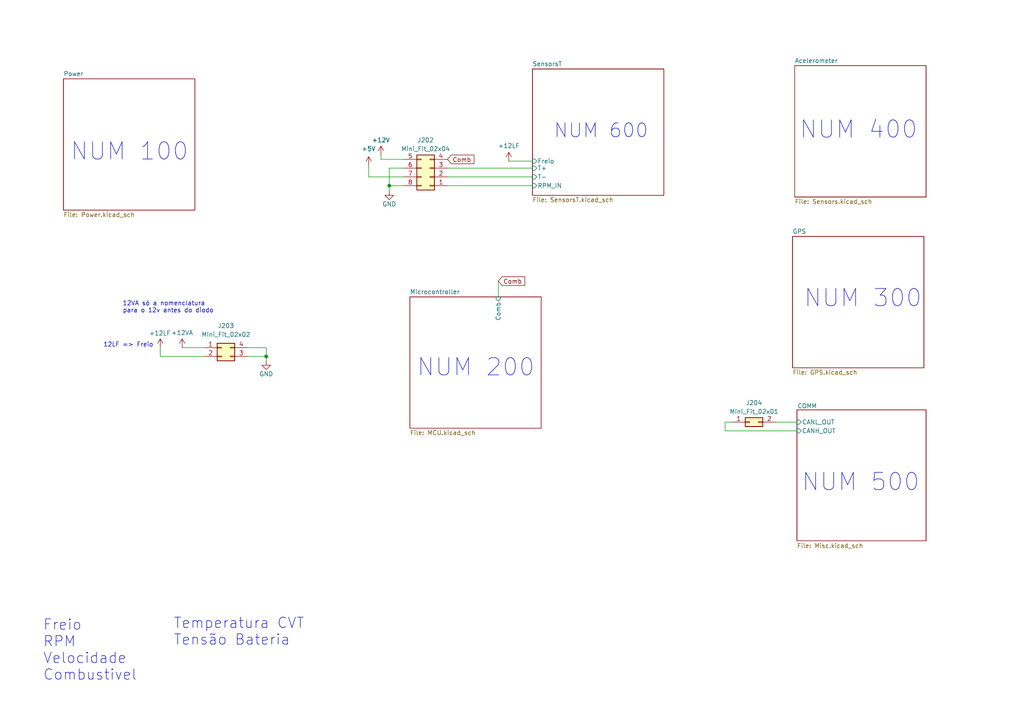
<source format=kicad_sch>
(kicad_sch (version 20230121) (generator eeschema)

  (uuid 07171637-6e41-4e80-a107-1fcca1fd6ec6)

  (paper "A4")

  (lib_symbols
    (symbol "+12V_1" (power) (pin_names (offset 0)) (in_bom yes) (on_board yes)
      (property "Reference" "#PWR" (at 0 -3.81 0)
        (effects (font (size 1.27 1.27)) hide)
      )
      (property "Value" "+12V_1" (at 0 3.556 0)
        (effects (font (size 1.27 1.27)))
      )
      (property "Footprint" "" (at 0 0 0)
        (effects (font (size 1.27 1.27)) hide)
      )
      (property "Datasheet" "" (at 0 0 0)
        (effects (font (size 1.27 1.27)) hide)
      )
      (property "ki_keywords" "global power" (at 0 0 0)
        (effects (font (size 1.27 1.27)) hide)
      )
      (property "ki_description" "Power symbol creates a global label with name \"+12V\"" (at 0 0 0)
        (effects (font (size 1.27 1.27)) hide)
      )
      (symbol "+12V_1_0_1"
        (polyline
          (pts
            (xy -0.762 1.27)
            (xy 0 2.54)
          )
          (stroke (width 0) (type default))
          (fill (type none))
        )
        (polyline
          (pts
            (xy 0 0)
            (xy 0 2.54)
          )
          (stroke (width 0) (type default))
          (fill (type none))
        )
        (polyline
          (pts
            (xy 0 2.54)
            (xy 0.762 1.27)
          )
          (stroke (width 0) (type default))
          (fill (type none))
        )
      )
      (symbol "+12V_1_1_1"
        (pin power_in line (at 0 0 90) (length 0) hide
          (name "+12V" (effects (font (size 1.27 1.27))))
          (number "1" (effects (font (size 1.27 1.27))))
        )
      )
    )
    (symbol "Connector_Generic:Conn_02x01" (pin_names (offset 1.016) hide) (in_bom yes) (on_board yes)
      (property "Reference" "J" (at 1.27 2.54 0)
        (effects (font (size 1.27 1.27)))
      )
      (property "Value" "Conn_02x01" (at 1.27 -2.54 0)
        (effects (font (size 1.27 1.27)))
      )
      (property "Footprint" "" (at 0 0 0)
        (effects (font (size 1.27 1.27)) hide)
      )
      (property "Datasheet" "~" (at 0 0 0)
        (effects (font (size 1.27 1.27)) hide)
      )
      (property "ki_keywords" "connector" (at 0 0 0)
        (effects (font (size 1.27 1.27)) hide)
      )
      (property "ki_description" "Generic connector, double row, 02x01, this symbol is compatible with counter-clockwise, top-bottom and odd-even numbering schemes., script generated (kicad-library-utils/schlib/autogen/connector/)" (at 0 0 0)
        (effects (font (size 1.27 1.27)) hide)
      )
      (property "ki_fp_filters" "Connector*:*_2x??_*" (at 0 0 0)
        (effects (font (size 1.27 1.27)) hide)
      )
      (symbol "Conn_02x01_1_1"
        (rectangle (start -1.27 0.127) (end 0 -0.127)
          (stroke (width 0.1524) (type default))
          (fill (type none))
        )
        (rectangle (start -1.27 1.27) (end 3.81 -1.27)
          (stroke (width 0.254) (type default))
          (fill (type background))
        )
        (rectangle (start 3.81 0.127) (end 2.54 -0.127)
          (stroke (width 0.1524) (type default))
          (fill (type none))
        )
        (pin passive line (at -5.08 0 0) (length 3.81)
          (name "Pin_1" (effects (font (size 1.27 1.27))))
          (number "1" (effects (font (size 1.27 1.27))))
        )
        (pin passive line (at 7.62 0 180) (length 3.81)
          (name "Pin_2" (effects (font (size 1.27 1.27))))
          (number "2" (effects (font (size 1.27 1.27))))
        )
      )
    )
    (symbol "Connector_Generic:Conn_02x02_Counter_Clockwise" (pin_names (offset 1.016) hide) (in_bom yes) (on_board yes)
      (property "Reference" "J" (at 1.27 2.54 0)
        (effects (font (size 1.27 1.27)))
      )
      (property "Value" "Conn_02x02_Counter_Clockwise" (at 1.27 -5.08 0)
        (effects (font (size 1.27 1.27)))
      )
      (property "Footprint" "" (at 0 0 0)
        (effects (font (size 1.27 1.27)) hide)
      )
      (property "Datasheet" "~" (at 0 0 0)
        (effects (font (size 1.27 1.27)) hide)
      )
      (property "ki_keywords" "connector" (at 0 0 0)
        (effects (font (size 1.27 1.27)) hide)
      )
      (property "ki_description" "Generic connector, double row, 02x02, counter clockwise pin numbering scheme (similar to DIP package numbering), script generated (kicad-library-utils/schlib/autogen/connector/)" (at 0 0 0)
        (effects (font (size 1.27 1.27)) hide)
      )
      (property "ki_fp_filters" "Connector*:*_2x??_*" (at 0 0 0)
        (effects (font (size 1.27 1.27)) hide)
      )
      (symbol "Conn_02x02_Counter_Clockwise_1_1"
        (rectangle (start -1.27 -2.413) (end 0 -2.667)
          (stroke (width 0.1524) (type default))
          (fill (type none))
        )
        (rectangle (start -1.27 0.127) (end 0 -0.127)
          (stroke (width 0.1524) (type default))
          (fill (type none))
        )
        (rectangle (start -1.27 1.27) (end 3.81 -3.81)
          (stroke (width 0.254) (type default))
          (fill (type background))
        )
        (rectangle (start 3.81 -2.413) (end 2.54 -2.667)
          (stroke (width 0.1524) (type default))
          (fill (type none))
        )
        (rectangle (start 3.81 0.127) (end 2.54 -0.127)
          (stroke (width 0.1524) (type default))
          (fill (type none))
        )
        (pin passive line (at -5.08 0 0) (length 3.81)
          (name "Pin_1" (effects (font (size 1.27 1.27))))
          (number "1" (effects (font (size 1.27 1.27))))
        )
        (pin passive line (at -5.08 -2.54 0) (length 3.81)
          (name "Pin_2" (effects (font (size 1.27 1.27))))
          (number "2" (effects (font (size 1.27 1.27))))
        )
        (pin passive line (at 7.62 -2.54 180) (length 3.81)
          (name "Pin_3" (effects (font (size 1.27 1.27))))
          (number "3" (effects (font (size 1.27 1.27))))
        )
        (pin passive line (at 7.62 0 180) (length 3.81)
          (name "Pin_4" (effects (font (size 1.27 1.27))))
          (number "4" (effects (font (size 1.27 1.27))))
        )
      )
    )
    (symbol "Connector_Generic:Conn_02x04_Counter_Clockwise" (pin_names (offset 1.016) hide) (in_bom yes) (on_board yes)
      (property "Reference" "J" (at 1.27 5.08 0)
        (effects (font (size 1.27 1.27)))
      )
      (property "Value" "Conn_02x04_Counter_Clockwise" (at 1.27 -7.62 0)
        (effects (font (size 1.27 1.27)))
      )
      (property "Footprint" "" (at 0 0 0)
        (effects (font (size 1.27 1.27)) hide)
      )
      (property "Datasheet" "~" (at 0 0 0)
        (effects (font (size 1.27 1.27)) hide)
      )
      (property "ki_keywords" "connector" (at 0 0 0)
        (effects (font (size 1.27 1.27)) hide)
      )
      (property "ki_description" "Generic connector, double row, 02x04, counter clockwise pin numbering scheme (similar to DIP package numbering), script generated (kicad-library-utils/schlib/autogen/connector/)" (at 0 0 0)
        (effects (font (size 1.27 1.27)) hide)
      )
      (property "ki_fp_filters" "Connector*:*_2x??_*" (at 0 0 0)
        (effects (font (size 1.27 1.27)) hide)
      )
      (symbol "Conn_02x04_Counter_Clockwise_1_1"
        (rectangle (start -1.27 -4.953) (end 0 -5.207)
          (stroke (width 0.1524) (type default))
          (fill (type none))
        )
        (rectangle (start -1.27 -2.413) (end 0 -2.667)
          (stroke (width 0.1524) (type default))
          (fill (type none))
        )
        (rectangle (start -1.27 0.127) (end 0 -0.127)
          (stroke (width 0.1524) (type default))
          (fill (type none))
        )
        (rectangle (start -1.27 2.667) (end 0 2.413)
          (stroke (width 0.1524) (type default))
          (fill (type none))
        )
        (rectangle (start -1.27 3.81) (end 3.81 -6.35)
          (stroke (width 0.254) (type default))
          (fill (type background))
        )
        (rectangle (start 3.81 -4.953) (end 2.54 -5.207)
          (stroke (width 0.1524) (type default))
          (fill (type none))
        )
        (rectangle (start 3.81 -2.413) (end 2.54 -2.667)
          (stroke (width 0.1524) (type default))
          (fill (type none))
        )
        (rectangle (start 3.81 0.127) (end 2.54 -0.127)
          (stroke (width 0.1524) (type default))
          (fill (type none))
        )
        (rectangle (start 3.81 2.667) (end 2.54 2.413)
          (stroke (width 0.1524) (type default))
          (fill (type none))
        )
        (pin passive line (at -5.08 2.54 0) (length 3.81)
          (name "Pin_1" (effects (font (size 1.27 1.27))))
          (number "1" (effects (font (size 1.27 1.27))))
        )
        (pin passive line (at -5.08 0 0) (length 3.81)
          (name "Pin_2" (effects (font (size 1.27 1.27))))
          (number "2" (effects (font (size 1.27 1.27))))
        )
        (pin passive line (at -5.08 -2.54 0) (length 3.81)
          (name "Pin_3" (effects (font (size 1.27 1.27))))
          (number "3" (effects (font (size 1.27 1.27))))
        )
        (pin passive line (at -5.08 -5.08 0) (length 3.81)
          (name "Pin_4" (effects (font (size 1.27 1.27))))
          (number "4" (effects (font (size 1.27 1.27))))
        )
        (pin passive line (at 7.62 -5.08 180) (length 3.81)
          (name "Pin_5" (effects (font (size 1.27 1.27))))
          (number "5" (effects (font (size 1.27 1.27))))
        )
        (pin passive line (at 7.62 -2.54 180) (length 3.81)
          (name "Pin_6" (effects (font (size 1.27 1.27))))
          (number "6" (effects (font (size 1.27 1.27))))
        )
        (pin passive line (at 7.62 0 180) (length 3.81)
          (name "Pin_7" (effects (font (size 1.27 1.27))))
          (number "7" (effects (font (size 1.27 1.27))))
        )
        (pin passive line (at 7.62 2.54 180) (length 3.81)
          (name "Pin_8" (effects (font (size 1.27 1.27))))
          (number "8" (effects (font (size 1.27 1.27))))
        )
      )
    )
    (symbol "power:+12LF" (power) (pin_names (offset 0)) (in_bom yes) (on_board yes)
      (property "Reference" "#PWR" (at 0 -3.81 0)
        (effects (font (size 1.27 1.27)) hide)
      )
      (property "Value" "+12LF" (at 0 3.556 0)
        (effects (font (size 1.27 1.27)))
      )
      (property "Footprint" "" (at 0 0 0)
        (effects (font (size 1.27 1.27)) hide)
      )
      (property "Datasheet" "" (at 0 0 0)
        (effects (font (size 1.27 1.27)) hide)
      )
      (property "ki_keywords" "global power" (at 0 0 0)
        (effects (font (size 1.27 1.27)) hide)
      )
      (property "ki_description" "Power symbol creates a global label with name \"+12LF\"" (at 0 0 0)
        (effects (font (size 1.27 1.27)) hide)
      )
      (symbol "+12LF_0_1"
        (polyline
          (pts
            (xy -0.762 1.27)
            (xy 0 2.54)
          )
          (stroke (width 0) (type default))
          (fill (type none))
        )
        (polyline
          (pts
            (xy 0 0)
            (xy 0 2.54)
          )
          (stroke (width 0) (type default))
          (fill (type none))
        )
        (polyline
          (pts
            (xy 0 2.54)
            (xy 0.762 1.27)
          )
          (stroke (width 0) (type default))
          (fill (type none))
        )
      )
      (symbol "+12LF_1_1"
        (pin power_in line (at 0 0 90) (length 0) hide
          (name "+12LF" (effects (font (size 1.27 1.27))))
          (number "1" (effects (font (size 1.27 1.27))))
        )
      )
    )
    (symbol "power:+12VA" (power) (pin_names (offset 0)) (in_bom yes) (on_board yes)
      (property "Reference" "#PWR" (at 0 -3.81 0)
        (effects (font (size 1.27 1.27)) hide)
      )
      (property "Value" "+12VA" (at 0 3.556 0)
        (effects (font (size 1.27 1.27)))
      )
      (property "Footprint" "" (at 0 0 0)
        (effects (font (size 1.27 1.27)) hide)
      )
      (property "Datasheet" "" (at 0 0 0)
        (effects (font (size 1.27 1.27)) hide)
      )
      (property "ki_keywords" "global power" (at 0 0 0)
        (effects (font (size 1.27 1.27)) hide)
      )
      (property "ki_description" "Power symbol creates a global label with name \"+12VA\"" (at 0 0 0)
        (effects (font (size 1.27 1.27)) hide)
      )
      (symbol "+12VA_0_1"
        (polyline
          (pts
            (xy -0.762 1.27)
            (xy 0 2.54)
          )
          (stroke (width 0) (type default))
          (fill (type none))
        )
        (polyline
          (pts
            (xy 0 0)
            (xy 0 2.54)
          )
          (stroke (width 0) (type default))
          (fill (type none))
        )
        (polyline
          (pts
            (xy 0 2.54)
            (xy 0.762 1.27)
          )
          (stroke (width 0) (type default))
          (fill (type none))
        )
      )
      (symbol "+12VA_1_1"
        (pin power_in line (at 0 0 90) (length 0) hide
          (name "+12VA" (effects (font (size 1.27 1.27))))
          (number "1" (effects (font (size 1.27 1.27))))
        )
      )
    )
    (symbol "power:+5V" (power) (pin_names (offset 0)) (in_bom yes) (on_board yes)
      (property "Reference" "#PWR" (at 0 -3.81 0)
        (effects (font (size 1.27 1.27)) hide)
      )
      (property "Value" "+5V" (at 0 3.556 0)
        (effects (font (size 1.27 1.27)))
      )
      (property "Footprint" "" (at 0 0 0)
        (effects (font (size 1.27 1.27)) hide)
      )
      (property "Datasheet" "" (at 0 0 0)
        (effects (font (size 1.27 1.27)) hide)
      )
      (property "ki_keywords" "global power" (at 0 0 0)
        (effects (font (size 1.27 1.27)) hide)
      )
      (property "ki_description" "Power symbol creates a global label with name \"+5V\"" (at 0 0 0)
        (effects (font (size 1.27 1.27)) hide)
      )
      (symbol "+5V_0_1"
        (polyline
          (pts
            (xy -0.762 1.27)
            (xy 0 2.54)
          )
          (stroke (width 0) (type default))
          (fill (type none))
        )
        (polyline
          (pts
            (xy 0 0)
            (xy 0 2.54)
          )
          (stroke (width 0) (type default))
          (fill (type none))
        )
        (polyline
          (pts
            (xy 0 2.54)
            (xy 0.762 1.27)
          )
          (stroke (width 0) (type default))
          (fill (type none))
        )
      )
      (symbol "+5V_1_1"
        (pin power_in line (at 0 0 90) (length 0) hide
          (name "+5V" (effects (font (size 1.27 1.27))))
          (number "1" (effects (font (size 1.27 1.27))))
        )
      )
    )
    (symbol "power:GND" (power) (pin_names (offset 0)) (in_bom yes) (on_board yes)
      (property "Reference" "#PWR" (at 0 -6.35 0)
        (effects (font (size 1.27 1.27)) hide)
      )
      (property "Value" "GND" (at 0 -3.81 0)
        (effects (font (size 1.27 1.27)))
      )
      (property "Footprint" "" (at 0 0 0)
        (effects (font (size 1.27 1.27)) hide)
      )
      (property "Datasheet" "" (at 0 0 0)
        (effects (font (size 1.27 1.27)) hide)
      )
      (property "ki_keywords" "power-flag" (at 0 0 0)
        (effects (font (size 1.27 1.27)) hide)
      )
      (property "ki_description" "Power symbol creates a global label with name \"GND\" , ground" (at 0 0 0)
        (effects (font (size 1.27 1.27)) hide)
      )
      (symbol "GND_0_1"
        (polyline
          (pts
            (xy 0 0)
            (xy 0 -1.27)
            (xy 1.27 -1.27)
            (xy 0 -2.54)
            (xy -1.27 -1.27)
            (xy 0 -1.27)
          )
          (stroke (width 0) (type default))
          (fill (type none))
        )
      )
      (symbol "GND_1_1"
        (pin power_in line (at 0 0 270) (length 0) hide
          (name "GND" (effects (font (size 1.27 1.27))))
          (number "1" (effects (font (size 1.27 1.27))))
        )
      )
    )
  )

  (junction (at 112.903 53.848) (diameter 0) (color 0 0 0 0)
    (uuid 439fc135-ce0b-44d5-bb26-5c41f703bd8b)
  )
  (junction (at 77.216 103.378) (diameter 0) (color 0 0 0 0)
    (uuid 80dbc3b7-fa5f-4b0d-9b60-e12812f66cbd)
  )

  (wire (pts (xy 210.312 124.968) (xy 231.14 124.968))
    (stroke (width 0) (type default))
    (uuid 058a73d7-3fd8-4b45-91ed-d33b9c312188)
  )
  (wire (pts (xy 77.216 103.378) (xy 77.216 104.648))
    (stroke (width 0) (type default))
    (uuid 0b94a046-4d6c-4cba-825e-8d9c357aba2d)
  )
  (wire (pts (xy 147.574 46.736) (xy 154.432 46.736))
    (stroke (width 0) (type default))
    (uuid 1b70e6cd-5387-4a48-86b9-6e3ede659ff5)
  )
  (wire (pts (xy 106.934 51.308) (xy 106.934 48.006))
    (stroke (width 0) (type default))
    (uuid 209ac556-2765-4495-bd50-3fb38efad59e)
  )
  (wire (pts (xy 110.49 44.958) (xy 110.49 46.228))
    (stroke (width 0) (type default))
    (uuid 24abc978-0fe4-4e7b-8756-5d381ea61f4e)
  )
  (wire (pts (xy 210.312 122.428) (xy 212.344 122.428))
    (stroke (width 0) (type default))
    (uuid 26fe3f80-28be-4c51-a041-28e6452aa794)
  )
  (wire (pts (xy 117.094 48.768) (xy 112.903 48.768))
    (stroke (width 0) (type default))
    (uuid 319b0a7c-32d3-4d7b-b7e4-30ebf6d9b389)
  )
  (wire (pts (xy 129.794 53.848) (xy 154.432 53.848))
    (stroke (width 0) (type default))
    (uuid 333f005c-4ec0-4d28-8398-13e5b2183e21)
  )
  (wire (pts (xy 112.903 48.768) (xy 112.903 53.848))
    (stroke (width 0) (type default))
    (uuid 559e963d-6b30-4a15-bb17-a68824c99f5a)
  )
  (wire (pts (xy 77.216 100.838) (xy 71.882 100.838))
    (stroke (width 0) (type default))
    (uuid 71bcc18b-63a0-4dcf-addc-2af96319996d)
  )
  (wire (pts (xy 110.49 46.228) (xy 117.094 46.228))
    (stroke (width 0) (type default))
    (uuid 72d175fc-9ebb-4527-8559-c46b3b56c8ab)
  )
  (wire (pts (xy 225.044 122.428) (xy 231.14 122.428))
    (stroke (width 0) (type default))
    (uuid 7ec54d8c-cc3a-44ef-a798-5010455fe9e0)
  )
  (wire (pts (xy 106.934 51.308) (xy 117.094 51.308))
    (stroke (width 0) (type default))
    (uuid 7ed20a55-be5a-4944-9e7a-056c0c5c3fe5)
  )
  (wire (pts (xy 71.882 103.378) (xy 77.216 103.378))
    (stroke (width 0) (type default))
    (uuid 855f1fb0-bdd6-477b-817a-4fc0d7f728ed)
  )
  (wire (pts (xy 46.482 100.838) (xy 46.482 103.378))
    (stroke (width 0) (type default))
    (uuid 86e33093-ca5e-4890-8a36-296a0db773ef)
  )
  (wire (pts (xy 129.794 51.308) (xy 154.432 51.308))
    (stroke (width 0) (type default))
    (uuid 8b205d40-7617-4666-b7c5-3043ebd1bbce)
  )
  (wire (pts (xy 129.794 48.768) (xy 154.432 48.768))
    (stroke (width 0) (type default))
    (uuid 8f18c8f2-00a3-4be9-851b-02718bfd3dbf)
  )
  (wire (pts (xy 144.526 81.534) (xy 144.526 86.106))
    (stroke (width 0) (type default))
    (uuid 928930d3-81c9-4d86-8146-f3cb61665848)
  )
  (wire (pts (xy 46.482 103.378) (xy 59.182 103.378))
    (stroke (width 0) (type default))
    (uuid 99033136-6eff-480b-87e0-973d6d4ec586)
  )
  (wire (pts (xy 112.903 53.848) (xy 117.094 53.848))
    (stroke (width 0) (type default))
    (uuid bb1e8d31-15b4-4227-9bc3-9294e0a1be6c)
  )
  (wire (pts (xy 52.832 100.838) (xy 59.182 100.838))
    (stroke (width 0) (type default))
    (uuid cb13c96f-5891-4183-950a-f9848dd0565f)
  )
  (wire (pts (xy 112.903 53.848) (xy 112.903 55.372))
    (stroke (width 0) (type default))
    (uuid de6b7455-f498-4caf-bb8f-ee444cdcb1e1)
  )
  (wire (pts (xy 210.312 124.968) (xy 210.312 122.428))
    (stroke (width 0) (type default))
    (uuid df88373b-f6e6-4eca-baa4-0efcf521c292)
  )
  (wire (pts (xy 77.216 103.378) (xy 77.216 100.838))
    (stroke (width 0) (type default))
    (uuid eac6eeb0-4aaf-4b83-8a45-ff56bd8e9430)
  )

  (text "NUM 100" (at 20.32 46.99 0)
    (effects (font (size 5 5)) (justify left bottom))
    (uuid 10031f10-4027-4db2-98f0-42c76532ec71)
  )
  (text "NUM 300\n" (at 233.045 89.535 0)
    (effects (font (size 5 5)) (justify left bottom))
    (uuid 1421e331-77b7-4da5-9463-be9909760e7e)
  )
  (text "12VA só a nomenclatura \npara o 12v antes do diodo\n                       "
    (at 35.56 92.964 0)
    (effects (font (size 1.27 1.27)) (justify left bottom))
    (uuid 44b58f00-27cd-4e49-a853-11824d5467df)
  )
  (text "Freio\nRPM\nVelocidade\nCombustivel\n" (at 12.446 197.612 0)
    (effects (font (size 3 3)) (justify left bottom))
    (uuid 46e0d269-f88e-4a21-a42f-d71bdc86b0ec)
  )
  (text "Temperatura CVT\nTensão Bateria\n" (at 50.292 187.452 0)
    (effects (font (size 3 3)) (justify left bottom))
    (uuid 6bc60e35-1b29-4e41-ad5d-0c9a4d2da45a)
  )
  (text "NUM 500" (at 232.41 142.875 0)
    (effects (font (size 5 5)) (justify left bottom))
    (uuid 74760415-ce97-400c-aa8f-5951b3b19fe0)
  )
  (text "12LF => Freio\n" (at 29.972 100.838 0)
    (effects (font (size 1.27 1.27)) (justify left bottom))
    (uuid 8ef8b6b7-7cae-46f3-bb04-1689aea3fe2d)
  )
  (text "NUM 400\n" (at 231.775 40.64 0)
    (effects (font (size 5 5)) (justify left bottom))
    (uuid 9f6a4060-ec23-48da-b058-6a0c625e45c2)
  )
  (text "NUM 200" (at 120.777 109.601 0)
    (effects (font (size 5 5)) (justify left bottom))
    (uuid a5cabe70-8c0a-4142-ba11-0b00f10b5124)
  )
  (text "NUM 600\n" (at 160.528 40.386 0)
    (effects (font (size 4 4)) (justify left bottom))
    (uuid e4c848b1-97ef-4329-b3ad-2335d2a8a6a6)
  )

  (global_label "Comb" (shape input) (at 129.794 46.228 0) (fields_autoplaced)
    (effects (font (size 1.27 1.27)) (justify left))
    (uuid 4b847366-3dfb-455f-8a56-3a071a760f65)
    (property "Intersheetrefs" "${INTERSHEET_REFS}" (at 137.3863 46.228 0)
      (effects (font (size 1.27 1.27)) (justify left) hide)
    )
  )
  (global_label "Comb" (shape input) (at 144.526 81.534 0) (fields_autoplaced)
    (effects (font (size 1.27 1.27)) (justify left))
    (uuid 8068afc8-ac19-43e3-8e47-92477bf39ea5)
    (property "Intersheetrefs" "${INTERSHEET_REFS}" (at 152.1183 81.534 0)
      (effects (font (size 1.27 1.27)) (justify left) hide)
    )
  )

  (symbol (lib_id "power:+5V") (at 106.934 48.006 0) (unit 1)
    (in_bom yes) (on_board yes) (dnp no) (fields_autoplaced)
    (uuid 1a31b386-a31c-4b26-8c85-d8dc65bccfc4)
    (property "Reference" "#PWR0226" (at 106.934 51.816 0)
      (effects (font (size 1.27 1.27)) hide)
    )
    (property "Value" "+5V" (at 106.934 43.18 0)
      (effects (font (size 1.27 1.27)))
    )
    (property "Footprint" "" (at 106.934 48.006 0)
      (effects (font (size 1.27 1.27)) hide)
    )
    (property "Datasheet" "" (at 106.934 48.006 0)
      (effects (font (size 1.27 1.27)) hide)
    )
    (pin "1" (uuid 23021627-46bf-4cbc-be49-e26a2ab7010f))
    (instances
      (project "BluePhil"
        (path "/07171637-6e41-4e80-a107-1fcca1fd6ec6"
          (reference "#PWR0226") (unit 1)
        )
      )
    )
  )

  (symbol (lib_id "power:+12LF") (at 147.574 46.736 0) (unit 1)
    (in_bom yes) (on_board yes) (dnp no) (fields_autoplaced)
    (uuid 1a3262bd-c08e-4038-835f-1e50a0dc382e)
    (property "Reference" "#PWR04" (at 147.574 50.546 0)
      (effects (font (size 1.27 1.27)) hide)
    )
    (property "Value" "+12LF" (at 147.574 42.291 0)
      (effects (font (size 1.27 1.27)))
    )
    (property "Footprint" "" (at 147.574 46.736 0)
      (effects (font (size 1.27 1.27)) hide)
    )
    (property "Datasheet" "" (at 147.574 46.736 0)
      (effects (font (size 1.27 1.27)) hide)
    )
    (pin "1" (uuid 3ac755bc-58bd-4486-8479-a95923c3e8e7))
    (instances
      (project "BluePhil"
        (path "/07171637-6e41-4e80-a107-1fcca1fd6ec6"
          (reference "#PWR04") (unit 1)
        )
      )
    )
  )

  (symbol (lib_id "power:+12LF") (at 46.482 100.838 0) (unit 1)
    (in_bom yes) (on_board yes) (dnp no)
    (uuid 48f16d00-8dfb-4774-9269-08e28ff560b0)
    (property "Reference" "#PWR01" (at 46.482 104.648 0)
      (effects (font (size 1.27 1.27)) hide)
    )
    (property "Value" "+12LF" (at 46.355 96.647 0)
      (effects (font (size 1.27 1.27)))
    )
    (property "Footprint" "" (at 46.482 100.838 0)
      (effects (font (size 1.27 1.27)) hide)
    )
    (property "Datasheet" "" (at 46.482 100.838 0)
      (effects (font (size 1.27 1.27)) hide)
    )
    (pin "1" (uuid 6fd1a059-c3a7-41c7-a18c-cdf5dc9c0219))
    (instances
      (project "BluePhil"
        (path "/07171637-6e41-4e80-a107-1fcca1fd6ec6"
          (reference "#PWR01") (unit 1)
        )
      )
    )
  )

  (symbol (lib_id "Connector_Generic:Conn_02x01") (at 217.424 122.428 0) (unit 1)
    (in_bom yes) (on_board yes) (dnp no) (fields_autoplaced)
    (uuid 52ded9c3-b913-4ab9-8496-f415432d3cac)
    (property "Reference" "J204" (at 218.694 116.84 0)
      (effects (font (size 1.27 1.27)))
    )
    (property "Value" "Mini_Fit_02x01" (at 218.694 119.38 0)
      (effects (font (size 1.27 1.27)))
    )
    (property "Footprint" "Connector_Molex:Molex_Mini-Fit_Jr_5566-02A_2x01_P4.20mm_Vertical" (at 217.424 122.428 0)
      (effects (font (size 1.27 1.27)) hide)
    )
    (property "Datasheet" "~" (at 217.424 122.428 0)
      (effects (font (size 1.27 1.27)) hide)
    )
    (pin "1" (uuid 56d74811-1287-47fa-a56d-8c01dc0660df))
    (pin "2" (uuid ab3986f9-d414-40fe-9c85-1e114f0318a3))
    (instances
      (project "BluePhil"
        (path "/07171637-6e41-4e80-a107-1fcca1fd6ec6"
          (reference "J204") (unit 1)
        )
      )
      (project "PCB_Dianteira"
        (path "/a0150dbf-44e5-4bd4-8041-fb1f3f9779fb"
          (reference "J5") (unit 1)
        )
      )
    )
  )

  (symbol (lib_id "Connector_Generic:Conn_02x04_Counter_Clockwise") (at 124.714 51.308 180) (unit 1)
    (in_bom yes) (on_board yes) (dnp no) (fields_autoplaced)
    (uuid abe6ed9e-333f-44c8-a007-053aa6eccafe)
    (property "Reference" "J202" (at 123.444 40.64 0)
      (effects (font (size 1.27 1.27)))
    )
    (property "Value" "Mini_Fit_02x04" (at 123.444 43.18 0)
      (effects (font (size 1.27 1.27)))
    )
    (property "Footprint" "Connector_Molex:Molex_Mini-Fit_Jr_5566-08A_2x04_P4.20mm_Vertical" (at 124.714 51.308 0)
      (effects (font (size 1.27 1.27)) hide)
    )
    (property "Datasheet" "~" (at 124.714 51.308 0)
      (effects (font (size 1.27 1.27)) hide)
    )
    (pin "1" (uuid 34282358-6ff3-4673-ba79-2c731f58377f))
    (pin "2" (uuid 0af64e94-1cb8-4d40-84ef-9ec5123553d8))
    (pin "3" (uuid 5b26540b-9126-47f2-a055-64deb0e3bff7))
    (pin "4" (uuid 11fffe63-7e2f-4869-838c-b063c5ead3d0))
    (pin "5" (uuid 55fe9dee-003a-4388-b8d4-cde68c1070d3))
    (pin "6" (uuid ca217551-c4d0-4470-96cd-dd194a469295))
    (pin "7" (uuid 9703c90b-9cb6-4ce3-adc4-b5de3c45bff5))
    (pin "8" (uuid 2258fcce-1179-4b90-887c-f40e15fb6723))
    (instances
      (project "BluePhil"
        (path "/07171637-6e41-4e80-a107-1fcca1fd6ec6"
          (reference "J202") (unit 1)
        )
      )
      (project "PCB_Dianteira"
        (path "/a0150dbf-44e5-4bd4-8041-fb1f3f9779fb"
          (reference "J4") (unit 1)
        )
      )
    )
  )

  (symbol (lib_id "Connector_Generic:Conn_02x02_Counter_Clockwise") (at 64.262 100.838 0) (unit 1)
    (in_bom yes) (on_board yes) (dnp no) (fields_autoplaced)
    (uuid ac6ff007-07ea-4d8b-82d7-bf3d389325b2)
    (property "Reference" "J203" (at 65.532 94.488 0)
      (effects (font (size 1.27 1.27)))
    )
    (property "Value" "Mini_Fit_02x02" (at 65.532 97.028 0)
      (effects (font (size 1.27 1.27)))
    )
    (property "Footprint" "Connector_Molex:Molex_Mini-Fit_Jr_5566-04A_2x02_P4.20mm_Vertical" (at 64.262 100.838 0)
      (effects (font (size 1.27 1.27)) hide)
    )
    (property "Datasheet" "~" (at 64.262 100.838 0)
      (effects (font (size 1.27 1.27)) hide)
    )
    (pin "1" (uuid 110e2cc1-1a3e-42ad-85b5-d21a66a69f8c))
    (pin "2" (uuid eca48bd0-d920-4fa0-9fb8-ca921de6afc4))
    (pin "3" (uuid c21ebacf-2058-45a5-af4c-858b37aa0142))
    (pin "4" (uuid bc53a8db-c487-4fab-ad1d-6192132a22f9))
    (instances
      (project "BluePhil"
        (path "/07171637-6e41-4e80-a107-1fcca1fd6ec6"
          (reference "J203") (unit 1)
        )
      )
      (project "PCB_Dianteira"
        (path "/a0150dbf-44e5-4bd4-8041-fb1f3f9779fb"
          (reference "J2") (unit 1)
        )
      )
    )
  )

  (symbol (lib_id "power:+12VA") (at 52.832 100.838 0) (unit 1)
    (in_bom yes) (on_board yes) (dnp no) (fields_autoplaced)
    (uuid ae44d46b-f2a3-4cba-8c93-8333a29092ed)
    (property "Reference" "#PWR0230" (at 52.832 104.648 0)
      (effects (font (size 1.27 1.27)) hide)
    )
    (property "Value" "+12VA" (at 52.832 96.52 0)
      (effects (font (size 1.27 1.27)))
    )
    (property "Footprint" "" (at 52.832 100.838 0)
      (effects (font (size 1.27 1.27)) hide)
    )
    (property "Datasheet" "" (at 52.832 100.838 0)
      (effects (font (size 1.27 1.27)) hide)
    )
    (pin "1" (uuid fad4c730-5983-46ac-917d-3cac18aedfbc))
    (instances
      (project "BluePhil"
        (path "/07171637-6e41-4e80-a107-1fcca1fd6ec6/00000000-0000-0000-0000-00006076aa9d"
          (reference "#PWR0230") (unit 1)
        )
        (path "/07171637-6e41-4e80-a107-1fcca1fd6ec6"
          (reference "#PWR0232") (unit 1)
        )
      )
    )
  )

  (symbol (lib_id "power:GND") (at 112.903 55.372 0) (unit 1)
    (in_bom yes) (on_board yes) (dnp no)
    (uuid c75f0c97-8dbd-432f-bb9d-7a5a17b047c4)
    (property "Reference" "#PWR07" (at 112.903 61.722 0)
      (effects (font (size 1.27 1.27)) hide)
    )
    (property "Value" "GND" (at 112.903 59.182 0)
      (effects (font (size 1.27 1.27)))
    )
    (property "Footprint" "" (at 112.903 55.372 0)
      (effects (font (size 1.27 1.27)) hide)
    )
    (property "Datasheet" "" (at 112.903 55.372 0)
      (effects (font (size 1.27 1.27)) hide)
    )
    (pin "1" (uuid 0ae39d25-dc0d-4b0c-9fa9-0cc201ff5598))
    (instances
      (project "BluePhil"
        (path "/07171637-6e41-4e80-a107-1fcca1fd6ec6/00000000-0000-0000-0000-00006076aa9d"
          (reference "#PWR07") (unit 1)
        )
        (path "/07171637-6e41-4e80-a107-1fcca1fd6ec6"
          (reference "#PWR05") (unit 1)
        )
      )
    )
  )

  (symbol (lib_id "power:GND") (at 77.216 104.648 0) (unit 1)
    (in_bom yes) (on_board yes) (dnp no)
    (uuid ca1af9be-296e-4c91-b619-f8173e5f2f35)
    (property "Reference" "#PWR07" (at 77.216 110.998 0)
      (effects (font (size 1.27 1.27)) hide)
    )
    (property "Value" "GND" (at 77.216 108.458 0)
      (effects (font (size 1.27 1.27)))
    )
    (property "Footprint" "" (at 77.216 104.648 0)
      (effects (font (size 1.27 1.27)) hide)
    )
    (property "Datasheet" "" (at 77.216 104.648 0)
      (effects (font (size 1.27 1.27)) hide)
    )
    (pin "1" (uuid 84a21000-9b2d-482f-8eec-268821d09e12))
    (instances
      (project "BluePhil"
        (path "/07171637-6e41-4e80-a107-1fcca1fd6ec6/00000000-0000-0000-0000-00006076aa9d"
          (reference "#PWR07") (unit 1)
        )
        (path "/07171637-6e41-4e80-a107-1fcca1fd6ec6"
          (reference "#PWR0227") (unit 1)
        )
      )
    )
  )

  (symbol (lib_name "+12V_1") (lib_id "power:+12V") (at 110.49 44.958 0) (unit 1)
    (in_bom yes) (on_board yes) (dnp no) (fields_autoplaced)
    (uuid da4d8cca-c01e-4619-9da0-398b28d99571)
    (property "Reference" "#PWR0225" (at 110.49 48.768 0)
      (effects (font (size 1.27 1.27)) hide)
    )
    (property "Value" "+12V" (at 110.49 40.64 0)
      (effects (font (size 1.27 1.27)))
    )
    (property "Footprint" "" (at 110.49 44.958 0)
      (effects (font (size 1.27 1.27)) hide)
    )
    (property "Datasheet" "" (at 110.49 44.958 0)
      (effects (font (size 1.27 1.27)) hide)
    )
    (pin "1" (uuid 261e1bdf-daa0-46be-b2c9-111396246921))
    (instances
      (project "BluePhil"
        (path "/07171637-6e41-4e80-a107-1fcca1fd6ec6"
          (reference "#PWR0225") (unit 1)
        )
      )
    )
  )

  (sheet (at 118.872 86.106) (size 38.1 38.1) (fields_autoplaced)
    (stroke (width 0) (type solid))
    (fill (color 0 0 0 0.0000))
    (uuid 00000000-0000-0000-0000-000060437230)
    (property "Sheetname" "Microcontroller" (at 118.872 85.3944 0)
      (effects (font (size 1.27 1.27)) (justify left bottom))
    )
    (property "Sheetfile" "MCU.kicad_sch" (at 118.872 124.7906 0)
      (effects (font (size 1.27 1.27)) (justify left top))
    )
    (pin "Comb" input (at 144.526 86.106 90)
      (effects (font (size 1.27 1.27)) (justify right))
      (uuid 8fd6224a-bd35-4a35-8a1d-600090e7b581)
    )
    (instances
      (project "BluePhil"
        (path "/07171637-6e41-4e80-a107-1fcca1fd6ec6" (page "4"))
      )
    )
  )

  (sheet (at 229.87 68.58) (size 38.1 38.1) (fields_autoplaced)
    (stroke (width 0) (type solid))
    (fill (color 0 0 0 0.0000))
    (uuid 00000000-0000-0000-0000-0000604395f7)
    (property "Sheetname" "GPS" (at 229.87 67.8684 0)
      (effects (font (size 1.27 1.27)) (justify left bottom))
    )
    (property "Sheetfile" "GPS.kicad_sch" (at 229.87 107.2646 0)
      (effects (font (size 1.27 1.27)) (justify left top))
    )
    (instances
      (project "BluePhil"
        (path "/07171637-6e41-4e80-a107-1fcca1fd6ec6" (page "3"))
      )
    )
  )

  (sheet (at 230.505 19.05) (size 38.1 38.1) (fields_autoplaced)
    (stroke (width 0) (type solid))
    (fill (color 0 0 0 0.0000))
    (uuid 00000000-0000-0000-0000-00006043964d)
    (property "Sheetname" "Acelerometer" (at 230.505 18.3384 0)
      (effects (font (size 1.27 1.27)) (justify left bottom))
    )
    (property "Sheetfile" "Sensors.kicad_sch" (at 230.505 57.7346 0)
      (effects (font (size 1.27 1.27)) (justify left top))
    )
    (instances
      (project "BluePhil"
        (path "/07171637-6e41-4e80-a107-1fcca1fd6ec6" (page "5"))
      )
    )
  )

  (sheet (at 231.14 118.872) (size 37.465 37.973)
    (stroke (width 0) (type solid))
    (fill (color 0 0 0 0.0000))
    (uuid 00000000-0000-0000-0000-0000604396a6)
    (property "Sheetname" "COMM" (at 231.267 118.491 0)
      (effects (font (size 1.27 1.27)) (justify left bottom))
    )
    (property "Sheetfile" "Misc.kicad_sch" (at 231.14 157.5566 0)
      (effects (font (size 1.27 1.27)) (justify left top))
    )
    (pin "CANL_OUT" input (at 231.14 122.428 180)
      (effects (font (size 1.27 1.27)) (justify left))
      (uuid 3ba5c978-0379-4d82-ad7c-1e236f1086a6)
    )
    (pin "CANH_OUT" input (at 231.14 124.968 180)
      (effects (font (size 1.27 1.27)) (justify left))
      (uuid 61c5d15f-693b-45f2-a206-810474a1727a)
    )
    (instances
      (project "BluePhil"
        (path "/07171637-6e41-4e80-a107-1fcca1fd6ec6" (page "6"))
      )
    )
  )

  (sheet (at 18.415 22.86) (size 38.1 38.1) (fields_autoplaced)
    (stroke (width 0) (type solid))
    (fill (color 0 0 0 0.0000))
    (uuid 00000000-0000-0000-0000-00006076aa9d)
    (property "Sheetname" "Power" (at 18.415 22.1484 0)
      (effects (font (size 1.27 1.27)) (justify left bottom))
    )
    (property "Sheetfile" "Power.kicad_sch" (at 18.415 61.5446 0)
      (effects (font (size 1.27 1.27)) (justify left top))
    )
    (instances
      (project "BluePhil"
        (path "/07171637-6e41-4e80-a107-1fcca1fd6ec6" (page "2"))
      )
    )
  )

  (sheet (at 154.432 20) (size 38.1 36.642) (fields_autoplaced)
    (stroke (width 0.1524) (type solid))
    (fill (color 0 0 0 0.0000))
    (uuid 98261d65-3151-483f-a845-7ef5822f8db7)
    (property "Sheetname" "SensorsT" (at 154.432 19.2884 0)
      (effects (font (size 1.27 1.27)) (justify left bottom))
    )
    (property "Sheetfile" "SensorsT.kicad_sch" (at 154.432 57.2266 0)
      (effects (font (size 1.27 1.27)) (justify left top))
    )
    (pin "RPM_IN" input (at 154.432 53.848 180)
      (effects (font (size 1.27 1.27)) (justify left))
      (uuid 0fceb557-5a4a-45bf-bb85-71ea2441421e)
    )
    (pin "Freio" input (at 154.432 46.736 180)
      (effects (font (size 1.27 1.27)) (justify left))
      (uuid 104e4d99-87f0-4424-af12-6cf0f6732004)
    )
    (pin "T-" input (at 154.432 51.308 180)
      (effects (font (size 1.27 1.27)) (justify left))
      (uuid d932127e-b0cd-497b-b58a-22a322ee82e0)
    )
    (pin "T+" input (at 154.432 48.768 180)
      (effects (font (size 1.27 1.27)) (justify left))
      (uuid 417118c1-2b8e-4eae-af02-b0eb96e5de48)
    )
    (instances
      (project "BluePhil"
        (path "/07171637-6e41-4e80-a107-1fcca1fd6ec6" (page "7"))
      )
    )
  )

  (sheet_instances
    (path "/" (page "1"))
  )
)

</source>
